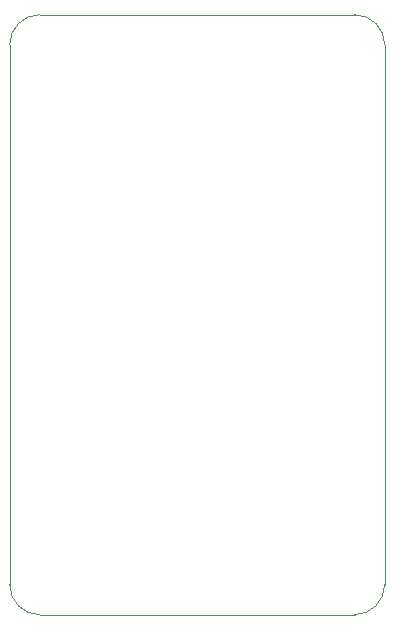
<source format=gbr>
%TF.GenerationSoftware,KiCad,Pcbnew,5.1.7-a382d34a8~88~ubuntu20.04.1*%
%TF.CreationDate,2021-02-19T15:22:11-08:00*%
%TF.ProjectId,esp8266-wiz550io,65737038-3236-4362-9d77-697a35353069,Feb2021*%
%TF.SameCoordinates,Original*%
%TF.FileFunction,Profile,NP*%
%FSLAX46Y46*%
G04 Gerber Fmt 4.6, Leading zero omitted, Abs format (unit mm)*
G04 Created by KiCad (PCBNEW 5.1.7-a382d34a8~88~ubuntu20.04.1) date 2021-02-19 15:22:11*
%MOMM*%
%LPD*%
G01*
G04 APERTURE LIST*
%TA.AperFunction,Profile*%
%ADD10C,0.050000*%
%TD*%
G04 APERTURE END LIST*
D10*
X48260000Y-73660000D02*
X48260000Y-27940000D01*
X77470000Y-76200000D02*
X50800000Y-76200000D01*
X80010000Y-27940000D02*
X80010000Y-73660000D01*
X80010000Y-73660000D02*
G75*
G02*
X77470000Y-76200000I-2540000J0D01*
G01*
X50800000Y-76200000D02*
G75*
G02*
X48260000Y-73660000I0J2540000D01*
G01*
X77470000Y-25400000D02*
X50800000Y-25400000D01*
X48260000Y-27940000D02*
G75*
G02*
X50800000Y-25400000I2540000J0D01*
G01*
X77470000Y-25400000D02*
G75*
G02*
X80010000Y-27940000I0J-2540000D01*
G01*
M02*

</source>
